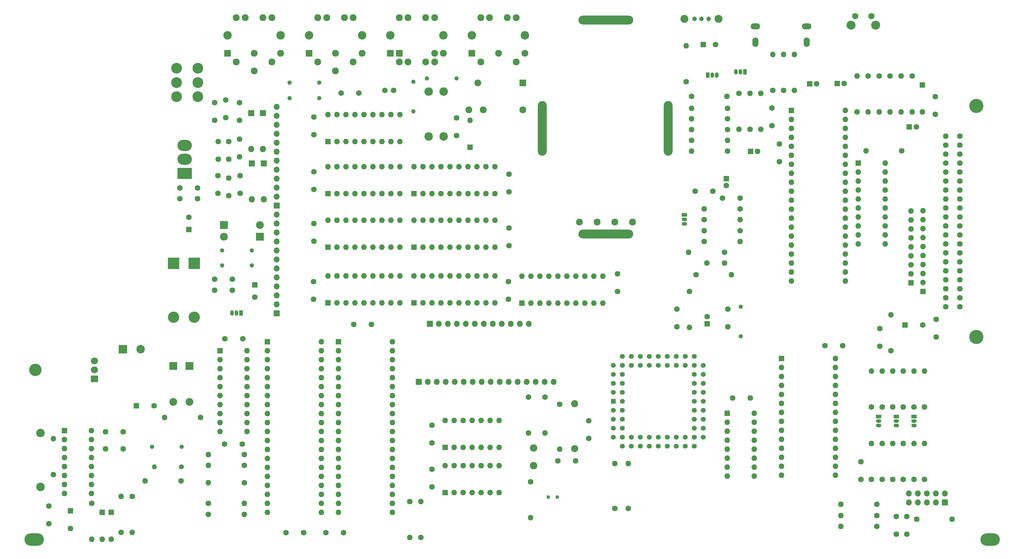
<source format=gbr>
%TF.GenerationSoftware,KiCad,Pcbnew,5.1.5+dfsg1-2build2*%
%TF.CreationDate,2021-08-30T08:57:17-04:00*%
%TF.ProjectId,coco3,636f636f-332e-46b6-9963-61645f706362,1.1.0*%
%TF.SameCoordinates,Original*%
%TF.FileFunction,Soldermask,Bot*%
%TF.FilePolarity,Negative*%
%FSLAX46Y46*%
G04 Gerber Fmt 4.6, Leading zero omitted, Abs format (unit mm)*
G04 Created by KiCad (PCBNEW 5.1.5+dfsg1-2build2) date 2021-08-30 08:57:17*
%MOMM*%
%LPD*%
G04 APERTURE LIST*
%ADD10C,1.950000*%
%ADD11O,2.500000X15.500000*%
%ADD12O,15.500000X2.500000*%
%ADD13R,1.700000X1.700000*%
%ADD14O,1.700000X1.700000*%
%ADD15O,1.701800X2.717800*%
%ADD16O,2.717800X1.701800*%
%ADD17C,1.600000*%
%ADD18R,1.600000X1.600000*%
%ADD19R,2.400000X2.400000*%
%ADD20C,2.400000*%
%ADD21C,4.000000*%
%ADD22C,1.600200*%
%ADD23C,0.100000*%
%ADD24O,4.100000X3.160000*%
%ADD25O,3.200000X3.200000*%
%ADD26R,3.200000X3.200000*%
%ADD27R,2.200000X2.200000*%
%ADD28O,2.200000X2.200000*%
%ADD29O,1.600000X1.600000*%
%ADD30R,1.800000X1.800000*%
%ADD31O,1.800000X1.800000*%
%ADD32C,1.422400*%
%ADD33R,1.422400X1.422400*%
%ADD34R,1.050000X1.500000*%
%ADD35O,1.050000X1.500000*%
%ADD36R,1.950000X1.950000*%
%ADD37O,2.000000X2.000000*%
%ADD38C,2.000000*%
%ADD39O,3.500000X3.500000*%
%ADD40R,2.000000X1.905000*%
%ADD41O,2.000000X1.905000*%
%ADD42R,1.500000X1.050000*%
%ADD43O,1.500000X1.050000*%
%ADD44O,2.400000X2.400000*%
%ADD45C,3.044000*%
%ADD46C,1.778000*%
%ADD47C,2.540000*%
%ADD48C,2.250000*%
%ADD49C,1.308000*%
%ADD50C,2.100000*%
%ADD51C,1.030000*%
%ADD52O,5.500000X3.500000*%
%ADD53C,1.240000*%
%ADD54C,1.400000*%
%ADD55O,1.400000X1.400000*%
G04 APERTURE END LIST*
D10*
%TO.C,RF1*%
X199796000Y-76774000D03*
X214796000Y-76774000D03*
X209796000Y-76774000D03*
X204796000Y-76774000D03*
D11*
X189321000Y-50274000D03*
X224921000Y-50274000D03*
D12*
X207296000Y-19649000D03*
X207296000Y-80149000D03*
%TD*%
D13*
%TO.C,CN4*%
X157551400Y-105574000D03*
D14*
X160091400Y-105574000D03*
X162631400Y-105574000D03*
X165171400Y-105574000D03*
X167711400Y-105574000D03*
X170251400Y-105574000D03*
X172791400Y-105574000D03*
X175331400Y-105574000D03*
X177871400Y-105574000D03*
X180411400Y-105574000D03*
X182951400Y-105574000D03*
X185491400Y-105574000D03*
%TD*%
D13*
%TO.C,CN6*%
X114301000Y-72074000D03*
D14*
X114301000Y-69534000D03*
X114301000Y-66994000D03*
X114301000Y-64454000D03*
X114301000Y-61914000D03*
X114301000Y-59374000D03*
X114301000Y-56834000D03*
X114301000Y-54294000D03*
X114301000Y-51754000D03*
X114301000Y-49214000D03*
X114301000Y-46674000D03*
X114301000Y-44134000D03*
%TD*%
D13*
%TO.C,CN5*%
X114301000Y-102574000D03*
D14*
X114301000Y-100034000D03*
X114301000Y-97494000D03*
X114301000Y-94954000D03*
X114301000Y-92414000D03*
X114301000Y-89874000D03*
X114301000Y-87334000D03*
X114301000Y-84794000D03*
X114301000Y-82254000D03*
X114301000Y-79714000D03*
X114301000Y-77174000D03*
X114301000Y-74634000D03*
%TD*%
D15*
%TO.C,J5A1001*%
X249501400Y-25874000D03*
D16*
X249501400Y-21374000D03*
%TD*%
D15*
%TO.C,J5B1001*%
X264001400Y-25874000D03*
D16*
X264001400Y-21374000D03*
%TD*%
D17*
%TO.C,C1*%
X256291000Y-59674000D03*
X256291000Y-54674000D03*
%TD*%
D18*
%TO.C,C2*%
X272621000Y-37544000D03*
D17*
X274621000Y-37544000D03*
%TD*%
%TO.C,C3*%
X294951000Y-49864000D03*
D18*
X292951000Y-49864000D03*
%TD*%
D17*
%TO.C,C4*%
X274201000Y-111724000D03*
X269201000Y-111724000D03*
%TD*%
%TO.C,C6*%
X121901000Y-164674000D03*
X116901000Y-164674000D03*
%TD*%
%TO.C,C7*%
X133201000Y-164674000D03*
X128201000Y-164674000D03*
%TD*%
%TO.C,C8*%
X241701000Y-101424000D03*
X241701000Y-106424000D03*
%TD*%
D18*
%TO.C,C9*%
X235931000Y-105544000D03*
D17*
X235931000Y-103544000D03*
%TD*%
%TO.C,C10*%
X227301000Y-106374000D03*
X227301000Y-101374000D03*
%TD*%
%TO.C,C11*%
X284701000Y-106924000D03*
X284701000Y-111924000D03*
%TD*%
%TO.C,C12*%
X248051000Y-126524000D03*
X243051000Y-126524000D03*
%TD*%
%TO.C,C13*%
X104601400Y-139574000D03*
X99601400Y-139574000D03*
%TD*%
%TO.C,C14*%
X50001400Y-162074000D03*
X50001400Y-157074000D03*
%TD*%
%TO.C,C15*%
X56051400Y-163444000D03*
D18*
X56051400Y-158444000D03*
%TD*%
D17*
%TO.C,C16*%
X103801400Y-42944000D03*
X103801400Y-47944000D03*
%TD*%
%TO.C,C17*%
X100801400Y-64324000D03*
X100801400Y-69324000D03*
%TD*%
%TO.C,C18*%
X103961400Y-68624000D03*
X103961400Y-63624000D03*
%TD*%
%TO.C,C19*%
X103801400Y-53274000D03*
X103801400Y-58274000D03*
%TD*%
%TO.C,C20*%
X96801400Y-47944000D03*
X96801400Y-42944000D03*
%TD*%
%TO.C,C21*%
X97801400Y-58974000D03*
X97801400Y-53974000D03*
%TD*%
%TO.C,C22*%
X99901400Y-42244000D03*
X99901400Y-47244000D03*
%TD*%
%TO.C,C23*%
X97701400Y-63624000D03*
X97701400Y-68624000D03*
%TD*%
%TO.C,C24*%
X147371000Y-39504000D03*
X144871000Y-39504000D03*
%TD*%
%TO.C,C25*%
X165151000Y-52324000D03*
X165151000Y-47324000D03*
%TD*%
%TO.C,C26*%
X300551000Y-104274000D03*
X300551000Y-109274000D03*
%TD*%
D18*
%TO.C,C27*%
X291801000Y-105874000D03*
D17*
X296801000Y-105874000D03*
%TD*%
%TO.C,C28*%
X66001400Y-136074000D03*
X71001400Y-136074000D03*
%TD*%
D19*
%TO.C,C29*%
X70901400Y-112774000D03*
D20*
X75901400Y-112774000D03*
%TD*%
D17*
%TO.C,C30*%
X66001400Y-140974000D03*
X71001400Y-140974000D03*
%TD*%
D18*
%TO.C,C31*%
X74661400Y-128774000D03*
D17*
X79661400Y-128774000D03*
%TD*%
%TO.C,C32*%
X96801400Y-96024000D03*
X101801400Y-96024000D03*
%TD*%
%TO.C,C33*%
X101801400Y-92924000D03*
X96801400Y-92924000D03*
%TD*%
%TO.C,C34*%
X254141000Y-44474000D03*
X254141000Y-49474000D03*
%TD*%
%TO.C,C35*%
X91951400Y-67124000D03*
X86951400Y-67124000D03*
%TD*%
%TO.C,C36*%
X86951400Y-70174000D03*
X91951400Y-70174000D03*
%TD*%
%TO.C,C37*%
X240781000Y-88344000D03*
X235781000Y-88344000D03*
%TD*%
%TO.C,C38*%
X210601000Y-91374000D03*
X210601000Y-96374000D03*
%TD*%
%TO.C,C39*%
X179901000Y-63214000D03*
X179901000Y-68214000D03*
%TD*%
%TO.C,C40*%
X179776000Y-98614000D03*
X179776000Y-93614000D03*
%TD*%
%TO.C,C41*%
X179901000Y-83414000D03*
X179901000Y-78414000D03*
%TD*%
%TO.C,C42*%
X279301000Y-144574000D03*
X279301000Y-149574000D03*
%TD*%
%TO.C,C43*%
X124801000Y-52074000D03*
X124801000Y-47074000D03*
%TD*%
%TO.C,C44*%
X124801000Y-67514000D03*
X124801000Y-62514000D03*
%TD*%
%TO.C,C45*%
X124801000Y-77174000D03*
X124801000Y-82174000D03*
%TD*%
%TO.C,C46*%
X124731000Y-98624000D03*
X124731000Y-93624000D03*
%TD*%
%TO.C,C47*%
X158201000Y-139274000D03*
X158201000Y-134274000D03*
%TD*%
%TO.C,C48*%
X158201000Y-146674000D03*
X158201000Y-151674000D03*
%TD*%
%TO.C,C49*%
X100801400Y-53974000D03*
X100801400Y-58974000D03*
%TD*%
%TO.C,C50*%
X245201000Y-69974000D03*
X240201000Y-69974000D03*
%TD*%
%TO.C,C51*%
X232501000Y-68054000D03*
X237501000Y-68054000D03*
%TD*%
D18*
%TO.C,C54*%
X234801000Y-26574000D03*
D17*
X238301000Y-26574000D03*
%TD*%
%TO.C,C55*%
X250131000Y-56774000D03*
D18*
X248131000Y-56774000D03*
%TD*%
D17*
%TO.C,C56*%
X266821000Y-37614000D03*
D18*
X264821000Y-37614000D03*
%TD*%
D17*
%TO.C,C58*%
X292301000Y-160074000D03*
X292301000Y-165074000D03*
%TD*%
%TO.C,C59*%
X289301000Y-165074000D03*
X289301000Y-160074000D03*
%TD*%
%TO.C,C60*%
X198701000Y-144324000D03*
X193701000Y-144324000D03*
%TD*%
%TO.C,C61*%
X300301000Y-41274000D03*
X300301000Y-46274000D03*
%TD*%
D18*
%TO.C,C62*%
X89531400Y-78894000D03*
D17*
X89531400Y-75394000D03*
%TD*%
D18*
%TO.C,C63*%
X108101000Y-94524000D03*
D17*
X108101000Y-98024000D03*
%TD*%
%TO.C,C64*%
X202451000Y-132974000D03*
X202451000Y-137974000D03*
%TD*%
%TO.C,C65*%
X141101000Y-105724000D03*
X136101000Y-105724000D03*
%TD*%
%TO.C,C66*%
X132501000Y-40224000D03*
X137501000Y-40224000D03*
%TD*%
D18*
%TO.C,C67*%
X241311000Y-64444000D03*
D17*
X241311000Y-66444000D03*
%TD*%
%TO.C,C68*%
X99701400Y-109774000D03*
X104701400Y-109774000D03*
%TD*%
D21*
%TO.C,CN1*%
X311950000Y-109276500D03*
X311950000Y-43871500D03*
D22*
X303288600Y-100704000D03*
X303288600Y-98164000D03*
X303288600Y-95624000D03*
X303288600Y-93084000D03*
X303288600Y-90544000D03*
X303288600Y-88004000D03*
X303288600Y-85464000D03*
X303288600Y-82924000D03*
X303288600Y-80384000D03*
X303288600Y-77844000D03*
X303288600Y-75304000D03*
X303288600Y-72764000D03*
X303288600Y-70224000D03*
X303288600Y-67684000D03*
X303288600Y-65144000D03*
X303288600Y-62604000D03*
X303288600Y-60064000D03*
X303288600Y-57524000D03*
X303288600Y-54984000D03*
X303288600Y-52444000D03*
X307251000Y-100704000D03*
X307251000Y-98164000D03*
X307251000Y-95624000D03*
X307251000Y-93084000D03*
X307251000Y-90544000D03*
X307251000Y-88004000D03*
X307251000Y-85464000D03*
X307251000Y-82924000D03*
X307251000Y-80384000D03*
X307251000Y-77844000D03*
X307251000Y-75304000D03*
X307251000Y-72764000D03*
X307251000Y-70224000D03*
X307251000Y-67684000D03*
X307251000Y-65144000D03*
X307251000Y-62604000D03*
X307251000Y-60064000D03*
X307251000Y-57524000D03*
X307251000Y-54984000D03*
X307251000Y-52444000D03*
%TD*%
D13*
%TO.C,CN3*%
X303001000Y-156074000D03*
D14*
X303001000Y-153534000D03*
X300461000Y-156074000D03*
X300461000Y-153534000D03*
X297921000Y-156074000D03*
X297921000Y-153534000D03*
X295381000Y-156074000D03*
X295381000Y-153534000D03*
X292841000Y-156074000D03*
X292841000Y-153534000D03*
%TD*%
D23*
%TO.C,CN7*%
G36*
X90135904Y-61395204D02*
G01*
X90160173Y-61398804D01*
X90183971Y-61404765D01*
X90207071Y-61413030D01*
X90229249Y-61423520D01*
X90250293Y-61436133D01*
X90269998Y-61450747D01*
X90288177Y-61467223D01*
X90304653Y-61485402D01*
X90319267Y-61505107D01*
X90331880Y-61526151D01*
X90342370Y-61548329D01*
X90350635Y-61571429D01*
X90356596Y-61595227D01*
X90360196Y-61619496D01*
X90361400Y-61644000D01*
X90361400Y-64304000D01*
X90360196Y-64328504D01*
X90356596Y-64352773D01*
X90350635Y-64376571D01*
X90342370Y-64399671D01*
X90331880Y-64421849D01*
X90319267Y-64442893D01*
X90304653Y-64462598D01*
X90288177Y-64480777D01*
X90269998Y-64497253D01*
X90250293Y-64511867D01*
X90229249Y-64524480D01*
X90207071Y-64534970D01*
X90183971Y-64543235D01*
X90160173Y-64549196D01*
X90135904Y-64552796D01*
X90111400Y-64554000D01*
X86511400Y-64554000D01*
X86486896Y-64552796D01*
X86462627Y-64549196D01*
X86438829Y-64543235D01*
X86415729Y-64534970D01*
X86393551Y-64524480D01*
X86372507Y-64511867D01*
X86352802Y-64497253D01*
X86334623Y-64480777D01*
X86318147Y-64462598D01*
X86303533Y-64442893D01*
X86290920Y-64421849D01*
X86280430Y-64399671D01*
X86272165Y-64376571D01*
X86266204Y-64352773D01*
X86262604Y-64328504D01*
X86261400Y-64304000D01*
X86261400Y-61644000D01*
X86262604Y-61619496D01*
X86266204Y-61595227D01*
X86272165Y-61571429D01*
X86280430Y-61548329D01*
X86290920Y-61526151D01*
X86303533Y-61505107D01*
X86318147Y-61485402D01*
X86334623Y-61467223D01*
X86352802Y-61450747D01*
X86372507Y-61436133D01*
X86393551Y-61423520D01*
X86415729Y-61413030D01*
X86438829Y-61404765D01*
X86462627Y-61398804D01*
X86486896Y-61395204D01*
X86511400Y-61394000D01*
X90111400Y-61394000D01*
X90135904Y-61395204D01*
G37*
D24*
X88311400Y-59014000D03*
X88311400Y-55054000D03*
%TD*%
D25*
%TO.C,D1*%
X85201400Y-103714000D03*
D26*
X85201400Y-88474000D03*
%TD*%
%TO.C,D2*%
X91051400Y-88474000D03*
D25*
X91051400Y-103714000D03*
%TD*%
D27*
%TO.C,D3*%
X89651400Y-117464000D03*
D28*
X89651400Y-127624000D03*
%TD*%
%TO.C,D4*%
X85141400Y-127624000D03*
D27*
X85141400Y-117464000D03*
%TD*%
D29*
%TO.C,D5*%
X168901000Y-47954000D03*
D18*
X168901000Y-55574000D03*
%TD*%
%TO.C,D6*%
X65001400Y-158914000D03*
D29*
X65001400Y-166534000D03*
%TD*%
%TO.C,D7*%
X67601400Y-166534000D03*
D18*
X67601400Y-158914000D03*
%TD*%
D30*
%TO.C,D8*%
X107111400Y-45964000D03*
D31*
X107111400Y-56124000D03*
%TD*%
%TO.C,D9*%
X110381400Y-56124000D03*
D30*
X110381400Y-45964000D03*
%TD*%
D31*
%TO.C,D10*%
X107321400Y-70364000D03*
D30*
X107321400Y-60204000D03*
%TD*%
%TO.C,D11*%
X110631400Y-60194000D03*
D31*
X110631400Y-70354000D03*
%TD*%
D18*
%TO.C,D12*%
X296701000Y-38004000D03*
D29*
X296701000Y-45624000D03*
%TD*%
D27*
%TO.C,D13*%
X99411400Y-77614000D03*
D28*
X109571400Y-77614000D03*
%TD*%
%TO.C,D14*%
X99411000Y-80894000D03*
D27*
X109571000Y-80894000D03*
%TD*%
D18*
%TO.C,IC1*%
X259701000Y-45154000D03*
D29*
X274941000Y-93414000D03*
X259701000Y-47694000D03*
X274941000Y-90874000D03*
X259701000Y-50234000D03*
X274941000Y-88334000D03*
X259701000Y-52774000D03*
X274941000Y-85794000D03*
X259701000Y-55314000D03*
X274941000Y-83254000D03*
X259701000Y-57854000D03*
X274941000Y-80714000D03*
X259701000Y-60394000D03*
X274941000Y-78174000D03*
X259701000Y-62934000D03*
X274941000Y-75634000D03*
X259701000Y-65474000D03*
X274941000Y-73094000D03*
X259701000Y-68014000D03*
X274941000Y-70554000D03*
X259701000Y-70554000D03*
X274941000Y-68014000D03*
X259701000Y-73094000D03*
X274941000Y-65474000D03*
X259701000Y-75634000D03*
X274941000Y-62934000D03*
X259701000Y-78174000D03*
X274941000Y-60394000D03*
X259701000Y-80714000D03*
X274941000Y-57854000D03*
X259701000Y-83254000D03*
X274941000Y-55314000D03*
X259701000Y-85794000D03*
X274941000Y-52774000D03*
X259701000Y-88334000D03*
X274941000Y-50234000D03*
X259701000Y-90874000D03*
X274941000Y-47694000D03*
X259701000Y-93414000D03*
X274941000Y-45154000D03*
%TD*%
D18*
%TO.C,IC3*%
X278531000Y-60074000D03*
D29*
X286151000Y-82934000D03*
X278531000Y-62614000D03*
X286151000Y-80394000D03*
X278531000Y-65154000D03*
X286151000Y-77854000D03*
X278531000Y-67694000D03*
X286151000Y-75314000D03*
X278531000Y-70234000D03*
X286151000Y-72774000D03*
X278531000Y-72774000D03*
X286151000Y-70234000D03*
X278531000Y-75314000D03*
X286151000Y-67694000D03*
X278531000Y-77854000D03*
X286151000Y-65154000D03*
X278531000Y-80394000D03*
X286151000Y-62614000D03*
X278531000Y-82934000D03*
X286151000Y-60074000D03*
%TD*%
%TO.C,IC4*%
X126941000Y-110634000D03*
X111701000Y-158894000D03*
X126941000Y-113174000D03*
X111701000Y-156354000D03*
X126941000Y-115714000D03*
X111701000Y-153814000D03*
X126941000Y-118254000D03*
X111701000Y-151274000D03*
X126941000Y-120794000D03*
X111701000Y-148734000D03*
X126941000Y-123334000D03*
X111701000Y-146194000D03*
X126941000Y-125874000D03*
X111701000Y-143654000D03*
X126941000Y-128414000D03*
X111701000Y-141114000D03*
X126941000Y-130954000D03*
X111701000Y-138574000D03*
X126941000Y-133494000D03*
X111701000Y-136034000D03*
X126941000Y-136034000D03*
X111701000Y-133494000D03*
X126941000Y-138574000D03*
X111701000Y-130954000D03*
X126941000Y-141114000D03*
X111701000Y-128414000D03*
X126941000Y-143654000D03*
X111701000Y-125874000D03*
X126941000Y-146194000D03*
X111701000Y-123334000D03*
X126941000Y-148734000D03*
X111701000Y-120794000D03*
X126941000Y-151274000D03*
X111701000Y-118254000D03*
X126941000Y-153814000D03*
X111701000Y-115714000D03*
X126941000Y-156354000D03*
X111701000Y-113174000D03*
X126941000Y-158894000D03*
D18*
X111701000Y-110634000D03*
%TD*%
%TO.C,IC5*%
X131781000Y-110634000D03*
D29*
X147021000Y-158894000D03*
X131781000Y-113174000D03*
X147021000Y-156354000D03*
X131781000Y-115714000D03*
X147021000Y-153814000D03*
X131781000Y-118254000D03*
X147021000Y-151274000D03*
X131781000Y-120794000D03*
X147021000Y-148734000D03*
X131781000Y-123334000D03*
X147021000Y-146194000D03*
X131781000Y-125874000D03*
X147021000Y-143654000D03*
X131781000Y-128414000D03*
X147021000Y-141114000D03*
X131781000Y-130954000D03*
X147021000Y-138574000D03*
X131781000Y-133494000D03*
X147021000Y-136034000D03*
X131781000Y-136034000D03*
X147021000Y-133494000D03*
X131781000Y-138574000D03*
X147021000Y-130954000D03*
X131781000Y-141114000D03*
X147021000Y-128414000D03*
X131781000Y-143654000D03*
X147021000Y-125874000D03*
X131781000Y-146194000D03*
X147021000Y-123334000D03*
X131781000Y-148734000D03*
X147021000Y-120794000D03*
X131781000Y-151274000D03*
X147021000Y-118254000D03*
X131781000Y-153814000D03*
X147021000Y-115714000D03*
X131781000Y-156354000D03*
X147021000Y-113174000D03*
X131781000Y-158894000D03*
X147021000Y-110634000D03*
%TD*%
D32*
%TO.C,IC6*%
X211941000Y-127474000D03*
X211941000Y-130014000D03*
X211941000Y-132554000D03*
X211941000Y-135094000D03*
X211941000Y-124934000D03*
X211941000Y-122394000D03*
X211941000Y-119854000D03*
X211941000Y-117314000D03*
D33*
X209401000Y-127474000D03*
D32*
X209401000Y-130014000D03*
X209401000Y-132554000D03*
X209401000Y-135094000D03*
X209401000Y-137634000D03*
X209401000Y-124934000D03*
X209401000Y-122394000D03*
X209401000Y-119854000D03*
X211941000Y-137634000D03*
X214481000Y-137634000D03*
X217021000Y-137634000D03*
X219561000Y-137634000D03*
X222101000Y-137634000D03*
X224641000Y-137634000D03*
X227181000Y-137634000D03*
X229721000Y-137634000D03*
X211941000Y-140174000D03*
X214481000Y-140174000D03*
X217021000Y-140174000D03*
X219561000Y-140174000D03*
X222101000Y-140174000D03*
X224641000Y-140174000D03*
X227181000Y-140174000D03*
X229721000Y-140174000D03*
X232261000Y-140174000D03*
X232261000Y-137634000D03*
X232261000Y-135094000D03*
X232261000Y-132554000D03*
X232261000Y-130014000D03*
X232261000Y-127474000D03*
X232261000Y-124934000D03*
X232261000Y-122394000D03*
X232261000Y-119854000D03*
X232261000Y-114774000D03*
X234801000Y-137634000D03*
X234801000Y-135094000D03*
X234801000Y-132554000D03*
X234801000Y-130014000D03*
X234801000Y-127474000D03*
X234801000Y-124934000D03*
X234801000Y-122394000D03*
X234801000Y-119854000D03*
X234801000Y-117314000D03*
X232261000Y-117314000D03*
X229721000Y-117314000D03*
X227181000Y-117314000D03*
X224641000Y-117314000D03*
X222101000Y-117314000D03*
X219561000Y-117314000D03*
X217021000Y-117314000D03*
X214481000Y-117314000D03*
X209401000Y-117314000D03*
X229721000Y-114774000D03*
X227181000Y-114774000D03*
X224641000Y-114774000D03*
X222101000Y-114774000D03*
X219561000Y-114774000D03*
X217021000Y-114774000D03*
X214481000Y-114774000D03*
X211941000Y-114774000D03*
%TD*%
D29*
%TO.C,IC7*%
X105921400Y-113174000D03*
X98301400Y-136034000D03*
X105921400Y-115714000D03*
X98301400Y-133494000D03*
X105921400Y-118254000D03*
X98301400Y-130954000D03*
X105921400Y-120794000D03*
X98301400Y-128414000D03*
X105921400Y-123334000D03*
X98301400Y-125874000D03*
X105921400Y-125874000D03*
X98301400Y-123334000D03*
X105921400Y-128414000D03*
X98301400Y-120794000D03*
X105921400Y-130954000D03*
X98301400Y-118254000D03*
X105921400Y-133494000D03*
X98301400Y-115714000D03*
X105921400Y-136034000D03*
D18*
X98301400Y-113174000D03*
%TD*%
D29*
%TO.C,IC8*%
X62021400Y-135774000D03*
X54401400Y-153554000D03*
X62021400Y-138314000D03*
X54401400Y-151014000D03*
X62021400Y-140854000D03*
X54401400Y-148474000D03*
X62021400Y-143394000D03*
X54401400Y-145934000D03*
X62021400Y-145934000D03*
X54401400Y-143394000D03*
X62021400Y-148474000D03*
X54401400Y-140854000D03*
X62021400Y-151014000D03*
X54401400Y-138314000D03*
X62021400Y-153554000D03*
D18*
X54401400Y-135774000D03*
%TD*%
%TO.C,IC9*%
X241601000Y-130854000D03*
D29*
X249221000Y-148634000D03*
X241601000Y-133394000D03*
X249221000Y-146094000D03*
X241601000Y-135934000D03*
X249221000Y-143554000D03*
X241601000Y-138474000D03*
X249221000Y-141014000D03*
X241601000Y-141014000D03*
X249221000Y-138474000D03*
X241601000Y-143554000D03*
X249221000Y-135934000D03*
X241601000Y-146094000D03*
X249221000Y-133394000D03*
X241601000Y-148634000D03*
X249221000Y-130854000D03*
%TD*%
%TO.C,IC10*%
X183601000Y-92074000D03*
X206461000Y-99694000D03*
X186141000Y-92074000D03*
X203921000Y-99694000D03*
X188681000Y-92074000D03*
X201381000Y-99694000D03*
X191221000Y-92074000D03*
X198841000Y-99694000D03*
X193761000Y-92074000D03*
X196301000Y-99694000D03*
X196301000Y-92074000D03*
X193761000Y-99694000D03*
X198841000Y-92074000D03*
X191221000Y-99694000D03*
X201381000Y-92074000D03*
X188681000Y-99694000D03*
X203921000Y-92074000D03*
X186141000Y-99694000D03*
X206461000Y-92074000D03*
D18*
X183601000Y-99694000D03*
%TD*%
%TO.C,IC11*%
X153101000Y-68704000D03*
D29*
X175961000Y-61084000D03*
X155641000Y-68704000D03*
X173421000Y-61084000D03*
X158181000Y-68704000D03*
X170881000Y-61084000D03*
X160721000Y-68704000D03*
X168341000Y-61084000D03*
X163261000Y-68704000D03*
X165801000Y-61084000D03*
X165801000Y-68704000D03*
X163261000Y-61084000D03*
X168341000Y-68704000D03*
X160721000Y-61084000D03*
X170881000Y-68704000D03*
X158181000Y-61084000D03*
X173421000Y-68704000D03*
X155641000Y-61084000D03*
X175961000Y-68704000D03*
X153101000Y-61084000D03*
%TD*%
%TO.C,IC12*%
X153101000Y-92004000D03*
X175961000Y-99624000D03*
X155641000Y-92004000D03*
X173421000Y-99624000D03*
X158181000Y-92004000D03*
X170881000Y-99624000D03*
X160721000Y-92004000D03*
X168341000Y-99624000D03*
X163261000Y-92004000D03*
X165801000Y-99624000D03*
X165801000Y-92004000D03*
X163261000Y-99624000D03*
X168341000Y-92004000D03*
X160721000Y-99624000D03*
X170881000Y-92004000D03*
X158181000Y-99624000D03*
X173421000Y-92004000D03*
X155641000Y-99624000D03*
X175961000Y-92004000D03*
D18*
X153101000Y-99624000D03*
%TD*%
%TO.C,IC13*%
X153101000Y-83884000D03*
D29*
X175961000Y-76264000D03*
X155641000Y-83884000D03*
X173421000Y-76264000D03*
X158181000Y-83884000D03*
X170881000Y-76264000D03*
X160721000Y-83884000D03*
X168341000Y-76264000D03*
X163261000Y-83884000D03*
X165801000Y-76264000D03*
X165801000Y-83884000D03*
X163261000Y-76264000D03*
X168341000Y-83884000D03*
X160721000Y-76264000D03*
X170881000Y-83884000D03*
X158181000Y-76264000D03*
X173421000Y-83884000D03*
X155641000Y-76264000D03*
X175961000Y-83884000D03*
X153101000Y-76264000D03*
%TD*%
%TO.C,IC14*%
X161931000Y-132914000D03*
X177171000Y-140534000D03*
X164471000Y-132914000D03*
X174631000Y-140534000D03*
X167011000Y-132914000D03*
X172091000Y-140534000D03*
X169551000Y-132914000D03*
X169551000Y-140534000D03*
X172091000Y-132914000D03*
X167011000Y-140534000D03*
X174631000Y-132914000D03*
X164471000Y-140534000D03*
X177171000Y-132914000D03*
D18*
X161931000Y-140534000D03*
%TD*%
%TO.C,IC15*%
X161931000Y-153324000D03*
D29*
X177171000Y-145704000D03*
X164471000Y-153324000D03*
X174631000Y-145704000D03*
X167011000Y-153324000D03*
X172091000Y-145704000D03*
X169551000Y-153324000D03*
X169551000Y-145704000D03*
X172091000Y-153324000D03*
X167011000Y-145704000D03*
X174631000Y-153324000D03*
X164471000Y-145704000D03*
X177171000Y-153324000D03*
X161931000Y-145704000D03*
%TD*%
%TO.C,IC16*%
X128751000Y-76264000D03*
X149071000Y-83884000D03*
X131291000Y-76264000D03*
X146531000Y-83884000D03*
X133831000Y-76264000D03*
X143991000Y-83884000D03*
X136371000Y-76264000D03*
X141451000Y-83884000D03*
X138911000Y-76264000D03*
X138911000Y-83884000D03*
X141451000Y-76264000D03*
X136371000Y-83884000D03*
X143991000Y-76264000D03*
X133831000Y-83884000D03*
X146531000Y-76264000D03*
X131291000Y-83884000D03*
X149071000Y-76264000D03*
D18*
X128751000Y-83884000D03*
%TD*%
%TO.C,IC17*%
X128751000Y-99624000D03*
D29*
X149071000Y-92004000D03*
X131291000Y-99624000D03*
X146531000Y-92004000D03*
X133831000Y-99624000D03*
X143991000Y-92004000D03*
X136371000Y-99624000D03*
X141451000Y-92004000D03*
X138911000Y-99624000D03*
X138911000Y-92004000D03*
X141451000Y-99624000D03*
X136371000Y-92004000D03*
X143991000Y-99624000D03*
X133831000Y-92004000D03*
X146531000Y-99624000D03*
X131291000Y-92004000D03*
X149071000Y-99624000D03*
X128751000Y-92004000D03*
%TD*%
D18*
%TO.C,IC18*%
X128751000Y-53974000D03*
D29*
X149071000Y-46354000D03*
X131291000Y-53974000D03*
X146531000Y-46354000D03*
X133831000Y-53974000D03*
X143991000Y-46354000D03*
X136371000Y-53974000D03*
X141451000Y-46354000D03*
X138911000Y-53974000D03*
X138911000Y-46354000D03*
X141451000Y-53974000D03*
X136371000Y-46354000D03*
X143991000Y-53974000D03*
X133831000Y-46354000D03*
X146531000Y-53974000D03*
X131291000Y-46354000D03*
X149071000Y-53974000D03*
X128751000Y-46354000D03*
%TD*%
%TO.C,IC19*%
X128751000Y-61084000D03*
X149071000Y-68704000D03*
X131291000Y-61084000D03*
X146531000Y-68704000D03*
X133831000Y-61084000D03*
X143991000Y-68704000D03*
X136371000Y-61084000D03*
X141451000Y-68704000D03*
X138911000Y-61084000D03*
X138911000Y-68704000D03*
X141451000Y-61084000D03*
X136371000Y-68704000D03*
X143991000Y-61084000D03*
X133831000Y-68704000D03*
X146531000Y-61084000D03*
X131291000Y-68704000D03*
X149071000Y-61084000D03*
D18*
X128751000Y-68704000D03*
%TD*%
D34*
%TO.C,IC36*%
X104201000Y-102474000D03*
D35*
X101661000Y-102474000D03*
X102931000Y-102474000D03*
%TD*%
D14*
%TO.C,CN2*%
X192541000Y-121984000D03*
X190001000Y-121984000D03*
X187461000Y-121984000D03*
X184921000Y-121984000D03*
X182381000Y-121984000D03*
X179841000Y-121984000D03*
X177301000Y-121984000D03*
X174761000Y-121984000D03*
X172221000Y-121984000D03*
X169681000Y-121984000D03*
X167141000Y-121984000D03*
X164601000Y-121984000D03*
X162061000Y-121984000D03*
X159521000Y-121984000D03*
X156981000Y-121984000D03*
D13*
X154441000Y-121984000D03*
%TD*%
D10*
%TO.C,JK1*%
X112921000Y-18964000D03*
X102921000Y-18964000D03*
X107921000Y-33964000D03*
X115421000Y-28964000D03*
D20*
X115421000Y-23964000D03*
X100421000Y-23964000D03*
D10*
X102921000Y-31464000D03*
X112921000Y-31464000D03*
D36*
X100421000Y-28964000D03*
D10*
X107921000Y-28964000D03*
X105421000Y-18964000D03*
X110421000Y-18964000D03*
%TD*%
%TO.C,JK2*%
X133421000Y-18964000D03*
X128421000Y-18964000D03*
X130921000Y-28964000D03*
D36*
X123421000Y-28964000D03*
D10*
X135921000Y-31464000D03*
X125921000Y-31464000D03*
D20*
X123421000Y-23964000D03*
X138421000Y-23964000D03*
D10*
X138421000Y-28964000D03*
X130921000Y-33964000D03*
X125921000Y-18964000D03*
X135921000Y-18964000D03*
%TD*%
%TO.C,JK3*%
X156421000Y-18964000D03*
X151421000Y-18964000D03*
X158921000Y-28964000D03*
D36*
X148921000Y-28964000D03*
D10*
X156421000Y-31464000D03*
X151421000Y-31464000D03*
D20*
X146421000Y-23964000D03*
X161421000Y-23964000D03*
D10*
X148921000Y-18964000D03*
X158921000Y-18964000D03*
D36*
X146421000Y-28964000D03*
D10*
X161421000Y-28964000D03*
X158921000Y-31464000D03*
X148921000Y-31464000D03*
%TD*%
%TO.C,JK4*%
X179451000Y-18964000D03*
X174451000Y-18964000D03*
X176951000Y-28964000D03*
D36*
X169451000Y-28964000D03*
D10*
X181951000Y-31464000D03*
X171951000Y-31464000D03*
D20*
X169451000Y-23964000D03*
X184451000Y-23964000D03*
D10*
X184451000Y-28964000D03*
X181951000Y-18964000D03*
X171951000Y-18964000D03*
%TD*%
D37*
%TO.C,L1*%
X198451000Y-128124000D03*
D38*
X198451000Y-140824000D03*
%TD*%
D29*
%TO.C,MP1*%
X296891000Y-73514000D03*
X296891000Y-76054000D03*
X296891000Y-78594000D03*
X296891000Y-81134000D03*
X296891000Y-83674000D03*
X296891000Y-86214000D03*
X296891000Y-88754000D03*
X296891000Y-91294000D03*
X296891000Y-93834000D03*
D18*
X296891000Y-96374000D03*
%TD*%
D29*
%TO.C,MP2*%
X293451000Y-73624000D03*
X293451000Y-76164000D03*
X293451000Y-78704000D03*
X293451000Y-81244000D03*
X293451000Y-83784000D03*
X293451000Y-86324000D03*
X293451000Y-88864000D03*
X293451000Y-91404000D03*
D18*
X293451000Y-93944000D03*
%TD*%
D39*
%TO.C,Q1*%
X46141400Y-118557000D03*
D40*
X62801400Y-121097000D03*
D41*
X62801400Y-118557000D03*
X62801400Y-116017000D03*
%TD*%
D35*
%TO.C,Q2*%
X237361000Y-35174000D03*
X238631000Y-35174000D03*
D34*
X236091000Y-35174000D03*
%TD*%
D42*
%TO.C,Q3*%
X229491000Y-74724000D03*
D43*
X229491000Y-77264000D03*
X229491000Y-75994000D03*
%TD*%
D34*
%TO.C,Q4*%
X246591000Y-34224000D03*
D35*
X244051000Y-34224000D03*
X245321000Y-34224000D03*
%TD*%
D43*
%TO.C,Q5*%
X284301000Y-133094000D03*
X284301000Y-134364000D03*
D42*
X284301000Y-131824000D03*
%TD*%
%TO.C,Q6*%
X289301000Y-131824000D03*
D43*
X289301000Y-134364000D03*
X289301000Y-133094000D03*
%TD*%
%TO.C,Q7*%
X294301000Y-133094000D03*
X294301000Y-134364000D03*
D42*
X294301000Y-131824000D03*
%TD*%
D29*
%TO.C,R1*%
X293826000Y-45624000D03*
D17*
X293826000Y-35464000D03*
%TD*%
D29*
%TO.C,R2*%
X281326000Y-45624000D03*
D17*
X281326000Y-35464000D03*
%TD*%
%TO.C,R3*%
X284451000Y-35464000D03*
D29*
X284451000Y-45624000D03*
%TD*%
D17*
%TO.C,R4*%
X287576000Y-35464000D03*
D29*
X287576000Y-45624000D03*
%TD*%
%TO.C,R5*%
X290701000Y-45624000D03*
D17*
X290701000Y-35464000D03*
%TD*%
D29*
%TO.C,R6*%
X155001000Y-155814000D03*
D17*
X155001000Y-165974000D03*
%TD*%
D29*
%TO.C,R7*%
X105161400Y-159474000D03*
D17*
X95001400Y-159474000D03*
%TD*%
%TO.C,R8*%
X230901000Y-96424000D03*
D29*
X230901000Y-106584000D03*
%TD*%
D17*
%TO.C,R9*%
X213651000Y-157794000D03*
D29*
X213651000Y-145094000D03*
%TD*%
D17*
%TO.C,R10*%
X209801000Y-157794000D03*
D29*
X209801000Y-145094000D03*
%TD*%
%TO.C,R11*%
X287801000Y-102964000D03*
D17*
X287801000Y-113124000D03*
%TD*%
%TO.C,R12*%
X95001400Y-156374000D03*
D29*
X105161400Y-156374000D03*
%TD*%
D44*
%TO.C,R13*%
X157201000Y-39874000D03*
D20*
X157201000Y-52574000D03*
%TD*%
%TO.C,R14*%
X161501000Y-52574000D03*
D44*
X161501000Y-39874000D03*
%TD*%
D29*
%TO.C,R16*%
X73501400Y-164534000D03*
D17*
X73501400Y-154374000D03*
%TD*%
%TO.C,R17*%
X70401400Y-164534000D03*
D29*
X70401400Y-154374000D03*
%TD*%
%TO.C,R18*%
X77141400Y-149974000D03*
D17*
X87301400Y-149974000D03*
%TD*%
D44*
%TO.C,R19*%
X47601400Y-136434000D03*
D20*
X47601400Y-151674000D03*
%TD*%
D17*
%TO.C,R20*%
X51201400Y-148174000D03*
D29*
X51201400Y-138014000D03*
%TD*%
%TO.C,R21*%
X151901000Y-165974000D03*
D17*
X151901000Y-155814000D03*
%TD*%
%TO.C,R22*%
X185401000Y-126274000D03*
D29*
X185401000Y-136434000D03*
%TD*%
D17*
%TO.C,R23*%
X190101000Y-126274000D03*
D29*
X190101000Y-136434000D03*
%TD*%
%TO.C,R26*%
X235031000Y-73044000D03*
D17*
X245191000Y-73044000D03*
%TD*%
D29*
%TO.C,R27*%
X245181000Y-82224000D03*
D17*
X235021000Y-82224000D03*
%TD*%
%TO.C,R28*%
X235031000Y-76104000D03*
D29*
X245191000Y-76104000D03*
%TD*%
%TO.C,R29*%
X235021000Y-79174000D03*
D17*
X245181000Y-79174000D03*
%TD*%
D29*
%TO.C,R30*%
X231491000Y-50604000D03*
D17*
X241651000Y-50604000D03*
%TD*%
D29*
%TO.C,R31*%
X251041000Y-40364000D03*
D17*
X251041000Y-50524000D03*
%TD*%
D29*
%TO.C,R32*%
X254461000Y-29364000D03*
D17*
X254461000Y-39524000D03*
%TD*%
D29*
%TO.C,R33*%
X248011000Y-40364000D03*
D17*
X248011000Y-50524000D03*
%TD*%
%TO.C,R34*%
X244881000Y-40364000D03*
D29*
X244881000Y-50524000D03*
%TD*%
D17*
%TO.C,R35*%
X257501000Y-39524000D03*
D29*
X257501000Y-29364000D03*
%TD*%
%TO.C,R36*%
X260561000Y-29354000D03*
D17*
X260561000Y-39514000D03*
%TD*%
%TO.C,R38*%
X282301000Y-129074000D03*
D29*
X282301000Y-118914000D03*
%TD*%
%TO.C,R39*%
X285301000Y-118914000D03*
D17*
X285301000Y-129074000D03*
%TD*%
%TO.C,R40*%
X283801000Y-156574000D03*
D29*
X273641000Y-156574000D03*
%TD*%
%TO.C,R42*%
X282301000Y-139414000D03*
D17*
X282301000Y-149574000D03*
%TD*%
%TO.C,R43*%
X285301000Y-149574000D03*
D29*
X285301000Y-139414000D03*
%TD*%
D17*
%TO.C,R45*%
X288301000Y-129074000D03*
D29*
X288301000Y-118914000D03*
%TD*%
%TO.C,R46*%
X291301000Y-118914000D03*
D17*
X291301000Y-129074000D03*
%TD*%
D29*
%TO.C,R47*%
X273641000Y-159824000D03*
D17*
X283801000Y-159824000D03*
%TD*%
%TO.C,R49*%
X288301000Y-149574000D03*
D29*
X288301000Y-139414000D03*
%TD*%
D17*
%TO.C,R50*%
X291301000Y-149574000D03*
D29*
X291301000Y-139414000D03*
%TD*%
D17*
%TO.C,R52*%
X294301000Y-129074000D03*
D29*
X294301000Y-118914000D03*
%TD*%
D17*
%TO.C,R53*%
X297301000Y-129074000D03*
D29*
X297301000Y-118914000D03*
%TD*%
%TO.C,R54*%
X273641000Y-162824000D03*
D17*
X283801000Y-162824000D03*
%TD*%
D29*
%TO.C,R56*%
X294301000Y-139414000D03*
D17*
X294301000Y-149574000D03*
%TD*%
D29*
%TO.C,R57*%
X297301000Y-139414000D03*
D17*
X297301000Y-149574000D03*
%TD*%
%TO.C,R59*%
X105161000Y-150474000D03*
D29*
X95001000Y-150474000D03*
%TD*%
D17*
%TO.C,R60*%
X230001000Y-37044000D03*
D29*
X230001000Y-26884000D03*
%TD*%
%TO.C,R61*%
X95001000Y-145574000D03*
D17*
X105161000Y-145574000D03*
%TD*%
%TO.C,R62*%
X105161000Y-142574000D03*
D29*
X95001000Y-142574000D03*
%TD*%
%TO.C,R63*%
X194201000Y-141024000D03*
D17*
X194201000Y-128324000D03*
%TD*%
D29*
%TO.C,R65*%
X186051000Y-160384000D03*
D17*
X186051000Y-150224000D03*
%TD*%
%TO.C,R66*%
X62101400Y-156374000D03*
D29*
X62101400Y-166534000D03*
%TD*%
D17*
%TO.C,R68*%
X240781000Y-85274000D03*
D29*
X230621000Y-85274000D03*
%TD*%
D17*
%TO.C,R69*%
X241651000Y-56694000D03*
D29*
X231491000Y-56694000D03*
%TD*%
%TO.C,R70*%
X241651000Y-53644000D03*
D17*
X231491000Y-53644000D03*
%TD*%
%TO.C,R71*%
X241651000Y-47574000D03*
D29*
X231491000Y-47574000D03*
%TD*%
%TO.C,R72*%
X231491000Y-44544000D03*
D17*
X241651000Y-44544000D03*
%TD*%
D10*
%TO.C,RY1*%
X183781000Y-45014000D03*
D36*
X183781000Y-37394000D03*
D10*
X171081000Y-37394000D03*
X172605000Y-45014000D03*
X168541000Y-45014000D03*
%TD*%
D45*
%TO.C,SW1*%
X86041400Y-33274000D03*
X86041400Y-37274000D03*
X86041400Y-41274000D03*
X92041400Y-33274000D03*
X92041400Y-37274000D03*
X92041400Y-41274000D03*
%TD*%
D46*
%TO.C,SW2*%
X277751400Y-18534000D03*
X282251400Y-18534000D03*
D47*
X276501400Y-21034000D03*
X283501400Y-21034000D03*
%TD*%
D48*
%TO.C,SW3*%
X229451400Y-19254000D03*
X239151400Y-19254000D03*
D49*
X232301400Y-19254000D03*
X236301400Y-19254000D03*
X234301400Y-19254000D03*
%TD*%
D50*
%TO.C,TC1*%
X186851000Y-140674000D03*
X186851000Y-145674000D03*
%TD*%
D51*
%TO.C,X1*%
X191051000Y-154524000D03*
X193551000Y-154524000D03*
%TD*%
D18*
%TO.C,IC2*%
X256881000Y-115374000D03*
D29*
X272121000Y-148394000D03*
X256881000Y-117914000D03*
X272121000Y-145854000D03*
X256881000Y-120454000D03*
X272121000Y-143314000D03*
X256881000Y-122994000D03*
X272121000Y-140774000D03*
X256881000Y-125534000D03*
X272121000Y-138234000D03*
X256881000Y-128074000D03*
X272121000Y-135694000D03*
X256881000Y-130614000D03*
X272121000Y-133154000D03*
X256881000Y-133154000D03*
X272121000Y-130614000D03*
X256881000Y-135694000D03*
X272121000Y-128074000D03*
X256881000Y-138234000D03*
X272121000Y-125534000D03*
X256881000Y-140774000D03*
X272121000Y-122994000D03*
X256881000Y-143314000D03*
X272121000Y-120454000D03*
X256881000Y-145854000D03*
X272121000Y-117914000D03*
X256881000Y-148394000D03*
X272121000Y-115374000D03*
%TD*%
D52*
%TO.C,H1*%
X45801400Y-166574000D03*
%TD*%
%TO.C,H2*%
X315801000Y-166574000D03*
%TD*%
D17*
%TO.C,C52*%
X232791000Y-91684000D03*
D29*
X242791000Y-91684000D03*
%TD*%
%TO.C,C5*%
X280801000Y-56574000D03*
D17*
X290801000Y-56574000D03*
%TD*%
%TO.C,C53*%
X231491000Y-41194000D03*
D29*
X241491000Y-41194000D03*
%TD*%
D17*
%TO.C,C57*%
X295051000Y-160824000D03*
D29*
X305051000Y-160824000D03*
%TD*%
D53*
%TO.C,FB10*%
X126356000Y-41664000D03*
X117986000Y-41664000D03*
%TD*%
%TO.C,FB1*%
X98931000Y-84774000D03*
X107301000Y-84774000D03*
%TD*%
%TO.C,FB2*%
X107301000Y-89074000D03*
X98931000Y-89074000D03*
%TD*%
%TO.C,FB5*%
X245401000Y-109059000D03*
X245401000Y-100689000D03*
%TD*%
%TO.C,FB6*%
X152951000Y-45439000D03*
X152951000Y-37069000D03*
%TD*%
%TO.C,FB7*%
X79111400Y-140374000D03*
X87481400Y-140374000D03*
%TD*%
%TO.C,FB8*%
X165136000Y-36124000D03*
X156766000Y-36124000D03*
%TD*%
%TO.C,FB9*%
X126356000Y-37264000D03*
X117986000Y-37264000D03*
%TD*%
D54*
%TO.C,R15*%
X87401400Y-145974000D03*
D55*
X79781400Y-145974000D03*
%TD*%
D17*
%TO.C,R64*%
X278201000Y-45624000D03*
D29*
X278201000Y-35464000D03*
%TD*%
D17*
%TO.C,R24*%
X92801400Y-132074000D03*
D29*
X82641400Y-132074000D03*
%TD*%
M02*

</source>
